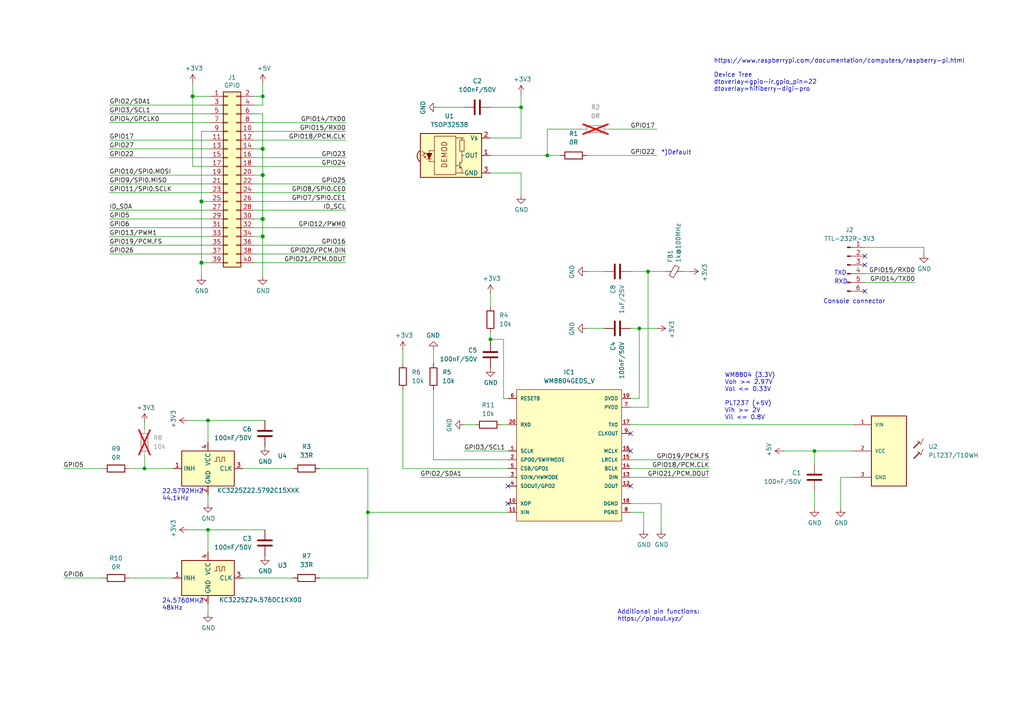
<source format=kicad_sch>
(kicad_sch (version 20230121) (generator eeschema)
  (paper "A4")
  (title_block (title "RPI HAT S/PDIF and IR") (date "2024-02-11") (rev "V3"))
  (lib_symbols
    (symbol "Connector:Conn_01x06_Pin" (pin_names (offset 1.016) hide)
      (property "Reference" "J" (at 0 7.62 0))
      (property "Value" "Conn_01x06_Pin" (at 0 -10.16 0))
      (symbol "Conn_01x06_Pin_1_1"
        (polyline (pts (xy 1.27 -7.62) (xy 0.8636 -7.62)) (stroke (width 0.1524)))
        (polyline (pts (xy 1.27 -5.08) (xy 0.8636 -5.08)) (stroke (width 0.1524)))
        (polyline (pts (xy 1.27 -2.54) (xy 0.8636 -2.54)) (stroke (width 0.1524)))
        (polyline (pts (xy 1.27 0) (xy 0.8636 0)) (stroke (width 0.1524)))
        (polyline (pts (xy 1.27 2.54) (xy 0.8636 2.54)) (stroke (width 0.1524)))
        (polyline (pts (xy 1.27 5.08) (xy 0.8636 5.08)) (stroke (width 0.1524)))
        (rectangle (start 0.8636 -7.493) (end 0 -7.747) (stroke (width 0.1524)) (fill (type outline)))
        (rectangle (start 0.8636 -4.953) (end 0 -5.207) (stroke (width 0.1524)) (fill (type outline)))
        (rectangle (start 0.8636 -2.413) (end 0 -2.667) (stroke (width 0.1524)) (fill (type outline)))
        (rectangle (start 0.8636 0.127) (end 0 -0.127) (stroke (width 0.1524)) (fill (type outline)))
        (rectangle (start 0.8636 2.667) (end 0 2.413) (stroke (width 0.1524)) (fill (type outline)))
        (rectangle (start 0.8636 5.207) (end 0 4.953) (stroke (width 0.1524)) (fill (type outline)))
        (pin passive line (at 5.08 5.08 180) (length 3.81) (name "Pin_1") (number "1"))
        (pin passive line (at 5.08 2.54 180) (length 3.81) (name "Pin_2") (number "2"))
        (pin passive line (at 5.08 0 180) (length 3.81) (name "Pin_3") (number "3"))
        (pin passive line (at 5.08 -2.54 180) (length 3.81) (name "Pin_4") (number "4"))
        (pin passive line (at 5.08 -5.08 180) (length 3.81) (name "Pin_5") (number "5"))
        (pin passive line (at 5.08 -7.62 180) (length 3.81) (name "Pin_6") (number "6"))
      )
    )
    (symbol "Connector_Generic:Conn_02x20_Odd_Even" (pin_names (offset 1.016) hide)
      (property "Reference" "J" (at 1.27 25.4 0))
      (property "Value" "Conn_02x20_Odd_Even" (at 1.27 -27.94 0))
      (symbol "Conn_02x20_Odd_Even_1_1"
        (rectangle (start -1.27 -25.273) (end 0 -25.527) (stroke (width 0.1524)))
        (rectangle (start -1.27 -22.733) (end 0 -22.987) (stroke (width 0.1524)))
        (rectangle (start -1.27 -20.193) (end 0 -20.447) (stroke (width 0.1524)))
        (rectangle (start -1.27 -17.653) (end 0 -17.907) (stroke (width 0.1524)))
        (rectangle (start -1.27 -15.113) (end 0 -15.367) (stroke (width 0.1524)))
        (rectangle (start -1.27 -12.573) (end 0 -12.827) (stroke (width 0.1524)))
        (rectangle (start -1.27 -10.033) (end 0 -10.287) (stroke (width 0.1524)))
        (rectangle (start -1.27 -7.493) (end 0 -7.747) (stroke (width 0.1524)))
        (rectangle (start -1.27 -4.953) (end 0 -5.207) (stroke (width 0.1524)))
        (rectangle (start -1.27 -2.413) (end 0 -2.667) (stroke (width 0.1524)))
        (rectangle (start -1.27 0.127) (end 0 -0.127) (stroke (width 0.1524)))
        (rectangle (start -1.27 2.667) (end 0 2.413) (stroke (width 0.1524)))
        (rectangle (start -1.27 5.207) (end 0 4.953) (stroke (width 0.1524)))
        (rectangle (start -1.27 7.747) (end 0 7.493) (stroke (width 0.1524)))
        (rectangle (start -1.27 10.287) (end 0 10.033) (stroke (width 0.1524)))
        (rectangle (start -1.27 12.827) (end 0 12.573) (stroke (width 0.1524)))
        (rectangle (start -1.27 15.367) (end 0 15.113) (stroke (width 0.1524)))
        (rectangle (start -1.27 17.907) (end 0 17.653) (stroke (width 0.1524)))
        (rectangle (start -1.27 20.447) (end 0 20.193) (stroke (width 0.1524)))
        (rectangle (start -1.27 22.987) (end 0 22.733) (stroke (width 0.1524)))
        (rectangle (start -1.27 24.13) (end 3.81 -26.67) (stroke (width 0.254)) (fill (type background)))
        (rectangle (start 3.81 -25.273) (end 2.54 -25.527) (stroke (width 0.1524)))
        (rectangle (start 3.81 -22.733) (end 2.54 -22.987) (stroke (width 0.1524)))
        (rectangle (start 3.81 -20.193) (end 2.54 -20.447) (stroke (width 0.1524)))
        (rectangle (start 3.81 -17.653) (end 2.54 -17.907) (stroke (width 0.1524)))
        (rectangle (start 3.81 -15.113) (end 2.54 -15.367) (stroke (width 0.1524)))
        (rectangle (start 3.81 -12.573) (end 2.54 -12.827) (stroke (width 0.1524)))
        (rectangle (start 3.81 -10.033) (end 2.54 -10.287) (stroke (width 0.1524)))
        (rectangle (start 3.81 -7.493) (end 2.54 -7.747) (stroke (width 0.1524)))
        (rectangle (start 3.81 -4.953) (end 2.54 -5.207) (stroke (width 0.1524)))
        (rectangle (start 3.81 -2.413) (end 2.54 -2.667) (stroke (width 0.1524)))
        (rectangle (start 3.81 0.127) (end 2.54 -0.127) (stroke (width 0.1524)))
        (rectangle (start 3.81 2.667) (end 2.54 2.413) (stroke (width 0.1524)))
        (rectangle (start 3.81 5.207) (end 2.54 4.953) (stroke (width 0.1524)))
        (rectangle (start 3.81 7.747) (end 2.54 7.493) (stroke (width 0.1524)))
        (rectangle (start 3.81 10.287) (end 2.54 10.033) (stroke (width 0.1524)))
        (rectangle (start 3.81 12.827) (end 2.54 12.573) (stroke (width 0.1524)))
        (rectangle (start 3.81 15.367) (end 2.54 15.113) (stroke (width 0.1524)))
        (rectangle (start 3.81 17.907) (end 2.54 17.653) (stroke (width 0.1524)))
        (rectangle (start 3.81 20.447) (end 2.54 20.193) (stroke (width 0.1524)))
        (rectangle (start 3.81 22.987) (end 2.54 22.733) (stroke (width 0.1524)))
        (pin passive line (at -5.08 22.86 0) (length 3.81) (name "Pin_1") (number "1"))
        (pin passive line (at 7.62 12.7 180) (length 3.81) (name "Pin_10") (number "10"))
        (pin passive line (at -5.08 10.16 0) (length 3.81) (name "Pin_11") (number "11"))
        (pin passive line (at 7.62 10.16 180) (length 3.81) (name "Pin_12") (number "12"))
        (pin passive line (at -5.08 7.62 0) (length 3.81) (name "Pin_13") (number "13"))
        (pin passive line (at 7.62 7.62 180) (length 3.81) (name "Pin_14") (number "14"))
        (pin passive line (at -5.08 5.08 0) (length 3.81) (name "Pin_15") (number "15"))
        (pin passive line (at 7.62 5.08 180) (length 3.81) (name "Pin_16") (number "16"))
        (pin passive line (at -5.08 2.54 0) (length 3.81) (name "Pin_17") (number "17"))
        (pin passive line (at 7.62 2.54 180) (length 3.81) (name "Pin_18") (number "18"))
        (pin passive line (at -5.08 0 0) (length 3.81) (name "Pin_19") (number "19"))
        (pin passive line (at 7.62 22.86 180) (length 3.81) (name "Pin_2") (number "2"))
        (pin passive line (at 7.62 0 180) (length 3.81) (name "Pin_20") (number "20"))
        (pin passive line (at -5.08 -2.54 0) (length 3.81) (name "Pin_21") (number "21"))
        (pin passive line (at 7.62 -2.54 180) (length 3.81) (name "Pin_22") (number "22"))
        (pin passive line (at -5.08 -5.08 0) (length 3.81) (name "Pin_23") (number "23"))
        (pin passive line (at 7.62 -5.08 180) (length 3.81) (name "Pin_24") (number "24"))
        (pin passive line (at -5.08 -7.62 0) (length 3.81) (name "Pin_25") (number "25"))
        (pin passive line (at 7.62 -7.62 180) (length 3.81) (name "Pin_26") (number "26"))
        (pin passive line (at -5.08 -10.16 0) (length 3.81) (name "Pin_27") (number "27"))
        (pin passive line (at 7.62 -10.16 180) (length 3.81) (name "Pin_28") (number "28"))
        (pin passive line (at -5.08 -12.7 0) (length 3.81) (name "Pin_29") (number "29"))
        (pin passive line (at -5.08 20.32 0) (length 3.81) (name "Pin_3") (number "3"))
        (pin passive line (at 7.62 -12.7 180) (length 3.81) (name "Pin_30") (number "30"))
        (pin passive line (at -5.08 -15.24 0) (length 3.81) (name "Pin_31") (number "31"))
        (pin passive line (at 7.62 -15.24 180) (length 3.81) (name "Pin_32") (number "32"))
        (pin passive line (at -5.08 -17.78 0) (length 3.81) (name "Pin_33") (number "33"))
        (pin passive line (at 7.62 -17.78 180) (length 3.81) (name "Pin_34") (number "34"))
        (pin passive line (at -5.08 -20.32 0) (length 3.81) (name "Pin_35") (number "35"))
        (pin passive line (at 7.62 -20.32 180) (length 3.81) (name "Pin_36") (number "36"))
        (pin passive line (at -5.08 -22.86 0) (length 3.81) (name "Pin_37") (number "37"))
        (pin passive line (at 7.62 -22.86 180) (length 3.81) (name "Pin_38") (number "38"))
        (pin passive line (at -5.08 -25.4 0) (length 3.81) (name "Pin_39") (number "39"))
        (pin passive line (at 7.62 20.32 180) (length 3.81) (name "Pin_4") (number "4"))
        (pin passive line (at 7.62 -25.4 180) (length 3.81) (name "Pin_40") (number "40"))
        (pin passive line (at -5.08 17.78 0) (length 3.81) (name "Pin_5") (number "5"))
        (pin passive line (at 7.62 17.78 180) (length 3.81) (name "Pin_6") (number "6"))
        (pin passive line (at -5.08 15.24 0) (length 3.81) (name "Pin_7") (number "7"))
        (pin passive line (at 7.62 15.24 180) (length 3.81) (name "Pin_8") (number "8"))
        (pin passive line (at -5.08 12.7 0) (length 3.81) (name "Pin_9") (number "9"))
      )
    )
    (symbol "Device:C" (pin_numbers hide) (pin_names (offset 0.254))
      (property "Reference" "C" (at 0.635 2.54 0))
      (property "Value" "C" (at 0.635 -2.54 0))
      (symbol "C_0_1"
        (polyline (pts (xy -2.032 -0.762) (xy 2.032 -0.762)) (stroke (width 0.508)))
        (polyline (pts (xy -2.032 0.762) (xy 2.032 0.762)) (stroke (width 0.508)))
      )
      (symbol "C_1_1"
        (pin passive line (at 0 3.81 270) (length 2.794) (name "~") (number "1"))
        (pin passive line (at 0 -3.81 90) (length 2.794) (name "~") (number "2"))
      )
    )
    (symbol "Device:R" (pin_numbers hide) (pin_names (offset 0))
      (property "Reference" "R" (at 2.032 0 90))
      (property "Value" "R" (at 0 0 90))
      (symbol "R_0_1"
        (rectangle (start -1.016 -2.54) (end 1.016 2.54) (stroke (width 0.254)))
      )
      (symbol "R_1_1"
        (pin passive line (at 0 3.81 270) (length 1.27) (name "~") (number "1"))
        (pin passive line (at 0 -3.81 90) (length 1.27) (name "~") (number "2"))
      )
    )
    (symbol "Interface_Optical:TSOP325xx" (pin_names (offset 1.016))
      (property "Reference" "U" (at -10.16 7.62 0))
      (property "Value" "TSOP325xx" (at -10.16 -7.62 0))
      (symbol "TSOP325xx_0_0"
        (arc (start -10.287 1.397) (mid -11.0899 -0.1852) (end -10.287 -1.778) (stroke (width 0.254)) (fill (type background)))
        (polyline (pts (xy 1.905 -5.08) (xy 0.127 -5.08)))
        (polyline (pts (xy 1.905 5.08) (xy 0.127 5.08)))
        (text "DEMOD" (at -3.175 0.254 900) (effects (font (size 1.524 1.524))))
      )
      (symbol "TSOP325xx_0_1"
        (rectangle (start -6.096 5.588) (end 0.127 -5.588))
        (polyline (pts (xy -8.763 0.381) (xy -9.652 1.27)))
        (polyline (pts (xy -8.763 0.381) (xy -9.271 0.381)))
        (polyline (pts (xy -8.763 0.381) (xy -8.763 0.889)))
        (polyline (pts (xy -8.636 -0.635) (xy -9.525 0.254)))
        (polyline (pts (xy -8.636 -0.635) (xy -9.144 -0.635)))
        (polyline (pts (xy -8.636 -0.635) (xy -8.636 -0.127)))
        (polyline (pts (xy -8.382 -1.016) (xy -6.731 -1.016)))
        (polyline (pts (xy 1.27 -2.921) (xy 0.127 -2.921)))
        (polyline (pts (xy 1.27 -1.905) (xy 1.27 -3.81)))
        (polyline (pts (xy 1.397 -3.556) (xy 1.524 -3.556)))
        (polyline (pts (xy 1.651 -3.556) (xy 1.524 -3.556)))
        (polyline (pts (xy 1.651 -3.556) (xy 1.651 -3.302)))
        (polyline (pts (xy 1.905 0) (xy 1.905 1.27)))
        (polyline (pts (xy 1.905 4.445) (xy 1.905 5.08) (xy 2.54 5.08)))
        (polyline (pts (xy -8.382 0.635) (xy -6.731 0.635) (xy -7.62 -1.016) (xy -8.382 0.635)) (fill (type outline)))
        (polyline (pts (xy -6.096 1.397) (xy -7.62 1.397) (xy -7.62 -1.778) (xy -6.096 -1.778)))
        (polyline (pts (xy 1.27 -3.175) (xy 1.905 -3.81) (xy 1.905 -5.08) (xy 2.54 -5.08)))
        (polyline (pts (xy 1.27 -2.54) (xy 1.905 -1.905) (xy 1.905 0) (xy 2.54 0)))
        (rectangle (start 2.54 1.27) (end 1.27 4.445))
        (rectangle (start 7.62 6.35) (end -10.16 -6.35) (stroke (width 0.254)) (fill (type background)))
      )
      (symbol "TSOP325xx_1_1"
        (pin output line (at 10.16 0 180) (length 2.54) (name "OUT") (number "1"))
        (pin power_in line (at 10.16 5.08 180) (length 2.54) (name "Vs") (number "2"))
        (pin power_in line (at 10.16 -5.08 180) (length 2.54) (name "GND") (number "3"))
      )
    )
    (symbol "Oscillator:KC2520Z"
      (property "Reference" "U" (at 2.54 12.7 0))
      (property "Value" "KC2520Z" (at 6.35 10.16 0))
      (symbol "KC2520Z_0_1"
        (rectangle (start -7.62 5.08) (end 7.62 -5.08) (stroke (width 0.254)) (fill (type background)))
      )
      (symbol "KC2520Z_1_1"
        (polyline (pts (xy 1.778 2.032) (xy 2.54 2.032) (xy 2.54 3.302) (xy 3.302 3.302) (xy 3.302 2.032) (xy 4.064 2.032) (xy 4.064 3.302) (xy 4.826 3.302) (xy 4.826 2.032)))
        (pin input line (at -10.16 0 0) (length 2.54) (name "INH") (number "1"))
        (pin power_in line (at 0 -7.62 90) (length 2.54) (name "GND") (number "2"))
        (pin output line (at 10.16 0 180) (length 2.54) (name "CLK") (number "3"))
        (pin power_in line (at 0 7.62 270) (length 2.54) (name "VCC") (number "4"))
      )
    )
    (symbol "dac-rescue:Ferrite_Bead_Small-Device" (pin_numbers hide) (pin_names (offset 0))
      (property "Reference" "FB" (at 1.905 1.27 0))
      (property "Value" "Ferrite_Bead_Small-Device" (at 1.905 -1.27 0))
      (symbol "Ferrite_Bead_Small-Device_0_1"
        (polyline (pts (xy 0 -1.27) (xy 0 -0.7874)))
        (polyline (pts (xy 0 0.889) (xy 0 1.2954)))
        (polyline (pts (xy -1.8288 0.2794) (xy -1.1176 1.4986) (xy 1.8288 -0.2032) (xy 1.1176 -1.4224) (xy -1.8288 0.2794)))
      )
      (symbol "Ferrite_Bead_Small-Device_1_1"
        (pin passive line (at 0 2.54 270) (length 1.27) (name "~") (number "1"))
        (pin passive line (at 0 -2.54 90) (length 1.27) (name "~") (number "2"))
      )
    )
    (symbol "kicad-snk:PLT237/T10WH" (pin_names (offset 1.016))
      (property "Reference" "U" (at -5.08 11.4554 0))
      (property "Value" "PLT237/T10WH" (at -5.08 -12.7254 0))
      (symbol "PLT237/T10WH_0_0"
        (rectangle (start -5.08 10.16) (end 5.08 -10.16) (stroke (width 0.254)) (fill (type background)))
        (polyline (pts (xy 7.239 -2.1336) (xy 8.89 -0.4826)) (stroke (width 0.3048)))
        (polyline (pts (xy 7.239 0.9144) (xy 8.89 2.5654)) (stroke (width 0.3048)))
        (polyline (pts (xy 9.906 0.5334) (xy 9.271 -1.1176) (xy 8.255 -0.1016)) (stroke (width 0.1524)) (fill (type background)))
        (polyline (pts (xy 9.906 3.5814) (xy 9.271 1.9304) (xy 8.255 2.9464)) (stroke (width 0.1524)) (fill (type background)))
      )
      (symbol "PLT237/T10WH_1_0"
        (pin output line (at -10.16 7.62 0) (length 5.08) (name "VIN") (number "1"))
        (pin power_in line (at -10.16 0 0) (length 5.08) (name "VCC") (number "2"))
        (pin power_in line (at -10.16 -7.62 0) (length 5.08) (name "GND") (number "3"))
      )
    )
    (symbol "kicad-snk:WM8804GEDS_V" (pin_names (offset 1.016))
      (property "Reference" "IC" (at -15.24 13.97 0))
      (property "Value" "WM8804GEDS_V" (at -15.24 -27.94 0))
      (symbol "WM8804GEDS_V_0_0"
        (rectangle (start -15.24 -25.4) (end 15.24 12.7) (stroke (width 0.1524)) (fill (type background)))
        (pin bidirectional line (at -17.78 -5.08 0) (length 2.54) (name "SCLK") (number "1"))
        (pin bidirectional line (at -17.78 -20.32 0) (length 2.54) (name "XOP") (number "10"))
        (pin bidirectional line (at -17.78 -22.86 0) (length 2.54) (name "XIN") (number "11"))
        (pin bidirectional line (at 17.78 -15.24 180) (length 2.54) (name "DOUT") (number "12"))
        (pin bidirectional line (at 17.78 -12.7 180) (length 2.54) (name "DIN") (number "13"))
        (pin bidirectional line (at 17.78 -10.16 180) (length 2.54) (name "BCLK") (number "14"))
        (pin bidirectional line (at 17.78 -7.62 180) (length 2.54) (name "LRCLK") (number "15"))
        (pin bidirectional line (at 17.78 -5.08 180) (length 2.54) (name "MCLK") (number "16"))
        (pin bidirectional line (at 17.78 2.54 180) (length 2.54) (name "TX0") (number "17"))
        (pin bidirectional line (at 17.78 -20.32 180) (length 2.54) (name "DGND") (number "18"))
        (pin bidirectional line (at 17.78 10.16 180) (length 2.54) (name "DVDD") (number "19"))
        (pin bidirectional line (at -17.78 -7.62 0) (length 2.54) (name "GPO0/SWIFMODE") (number "2"))
        (pin bidirectional line (at -17.78 2.54 0) (length 2.54) (name "RX0") (number "20"))
        (pin bidirectional line (at -17.78 -12.7 0) (length 2.54) (name "SDIN/HWMODE") (number "3"))
        (pin bidirectional line (at -17.78 -15.24 0) (length 2.54) (name "SDOUT/GPO2") (number "4"))
        (pin bidirectional line (at -17.78 -10.16 0) (length 2.54) (name "CSB/GPO1") (number "5"))
        (pin bidirectional line (at -17.78 10.16 0) (length 2.54) (name "RESETB") (number "6"))
        (pin bidirectional line (at 17.78 7.62 180) (length 2.54) (name "PVDD") (number "7"))
        (pin bidirectional line (at 17.78 -22.86 180) (length 2.54) (name "PGND") (number "8"))
        (pin bidirectional line (at 17.78 0 180) (length 2.54) (name "CLKOUT") (number "9"))
      )
    )
    (symbol "power:+3.3V" (power) (pin_names (offset 0))
      (property "Value" "+3.3V" (at 0 3.556 0))
      (symbol "+3.3V_0_1"
        (polyline (pts (xy -0.762 1.27) (xy 0 2.54)))
        (polyline (pts (xy 0 0) (xy 0 2.54)))
        (polyline (pts (xy 0 2.54) (xy 0.762 1.27)))
      )
      (symbol "+3.3V_1_1"
        (pin power_in line (at 0 0 90) (length 0) hide (name "+3V3") (number "1"))
      )
    )
    (symbol "power:+5V" (power) (pin_names (offset 0))
      (property "Value" "+5V" (at 0 3.556 0))
      (symbol "+5V_0_1"
        (polyline (pts (xy -0.762 1.27) (xy 0 2.54)))
        (polyline (pts (xy 0 0) (xy 0 2.54)))
        (polyline (pts (xy 0 2.54) (xy 0.762 1.27)))
      )
      (symbol "+5V_1_1"
        (pin power_in line (at 0 0 90) (length 0) hide (name "+5V") (number "1"))
      )
    )
    (symbol "power:GND" (power) (pin_names (offset 0))
      (property "Value" "GND" (at 0 -3.81 0))
      (symbol "GND_0_1"
        (polyline (pts (xy 0 0) (xy 0 -1.27) (xy 1.27 -1.27) (xy 0 -2.54) (xy -1.27 -1.27) (xy 0 -1.27)))
      )
      (symbol "GND_1_1"
        (pin power_in line (at 0 0 270) (length 0) hide (name "GND") (number "1"))
      )
    )
  )
  (junction (at 41.91 135.89))
  (junction (at 185.42 95.25))
  (junction (at 76.2 63.5) (diameter 1.016))
  (junction (at 55.88 27.94) (diameter 1.016))
  (junction (at 76.2 68.58) (diameter 1.016))
  (junction (at 187.96 78.74))
  (junction (at 58.42 58.42) (diameter 1.016))
  (junction (at 76.2 50.8) (diameter 1.016))
  (junction (at 142.24 98.425))
  (junction (at 76.2 27.94))
  (junction (at 106.68 148.59))
  (junction (at 76.2 43.18) (diameter 1.016))
  (junction (at 158.75 45.085))
  (junction (at 60.325 121.92))
  (junction (at 60.325 153.67))
  (junction (at 236.22 130.81))
  (junction (at 151.13 31.115))
  (junction (at 58.42 76.2) (diameter 1.016))
  (no_connect (at 182.88 130.81))
  (no_connect (at 182.88 125.73))
  (no_connect (at 147.32 140.97))
  (no_connect (at 250.825 74.295))
  (no_connect (at 250.825 76.835))
  (no_connect (at 250.825 84.455))
  (no_connect (at 147.32 146.05))
  (no_connect (at 182.88 140.97))
  (wire (pts (xy 58.42 58.42) (xy 58.42 76.2)))
  (wire (pts (xy 73.66 58.42) (xy 100.33 58.42)))
  (wire (pts (xy 60.96 40.64) (xy 31.75 40.64)))
  (wire (pts (xy 158.75 45.085) (xy 162.56 45.085)))
  (wire (pts (xy 92.71 167.64) (xy 106.68 167.64)))
  (wire (pts (xy 76.2 33.02) (xy 76.2 43.18)))
  (wire (pts (xy 76.2 30.48) (xy 76.2 27.94)))
  (wire (pts (xy 76.2 50.8) (xy 73.66 50.8)))
  (wire (pts (xy 182.88 123.19) (xy 247.65 123.19)))
  (wire (pts (xy 170.18 78.74) (xy 175.26 78.74)))
  (wire (pts (xy 182.88 146.05) (xy 191.77 146.05)))
  (wire (pts (xy 170.18 45.085) (xy 190.5 45.085)))
  (wire (pts (xy 76.2 63.5) (xy 76.2 68.58)))
  (wire (pts (xy 121.92 138.43) (xy 147.32 138.43)))
  (wire (pts (xy 186.69 148.59) (xy 182.88 148.59)))
  (wire (pts (xy 168.91 37.465) (xy 158.75 37.465)))
  (wire (pts (xy 70.485 135.89) (xy 85.09 135.89)))
  (wire (pts (xy 142.24 99.06) (xy 142.24 98.425)))
  (wire (pts (xy 92.71 135.89) (xy 106.68 135.89)))
  (wire (pts (xy 76.2 50.8) (xy 76.2 63.5)))
  (wire (pts (xy 73.66 35.56) (xy 100.33 35.56)))
  (wire (pts (xy 151.13 50.165) (xy 142.24 50.165)))
  (wire (pts (xy 58.42 38.1) (xy 58.42 58.42)))
  (wire (pts (xy 182.88 133.35) (xy 205.74 133.35)))
  (wire (pts (xy 58.42 38.1) (xy 60.96 38.1)))
  (wire (pts (xy 236.22 142.24) (xy 236.22 147.32)))
  (wire (pts (xy 73.66 55.88) (xy 100.33 55.88)))
  (wire (pts (xy 60.96 60.96) (xy 31.75 60.96)))
  (wire (pts (xy 151.13 27.305) (xy 151.13 31.115)))
  (wire (pts (xy 31.75 63.5) (xy 60.96 63.5)))
  (wire (pts (xy 60.325 121.92) (xy 76.835 121.92)))
  (wire (pts (xy 187.96 118.11) (xy 187.96 78.74)))
  (wire (pts (xy 142.24 45.085) (xy 158.75 45.085)))
  (wire (pts (xy 73.66 30.48) (xy 76.2 30.48)))
  (wire (pts (xy 182.88 115.57) (xy 185.42 115.57)))
  (wire (pts (xy 58.42 58.42) (xy 60.96 58.42)))
  (wire (pts (xy 73.66 45.72) (xy 100.33 45.72)))
  (wire (pts (xy 106.68 135.89) (xy 106.68 148.59)))
  (wire (pts (xy 134.62 130.81) (xy 147.32 130.81)))
  (wire (pts (xy 116.84 101.6) (xy 116.84 105.41)))
  (wire (pts (xy 73.66 76.2) (xy 100.33 76.2)))
  (wire (pts (xy 58.42 76.2) (xy 58.42 80.01)))
  (wire (pts (xy 31.75 43.18) (xy 60.96 43.18)))
  (wire (pts (xy 55.88 24.13) (xy 55.88 27.94)))
  (wire (pts (xy 185.42 95.25) (xy 190.5 95.25)))
  (wire (pts (xy 267.97 71.755) (xy 250.825 71.755)))
  (wire (pts (xy 146.05 98.425) (xy 142.24 98.425)))
  (wire (pts (xy 76.2 68.58) (xy 73.66 68.58)))
  (wire (pts (xy 142.24 85.09) (xy 142.24 88.9)))
  (wire (pts (xy 31.75 33.02) (xy 60.96 33.02)))
  (wire (pts (xy 54.61 121.92) (xy 60.325 121.92)))
  (wire (pts (xy 142.24 98.425) (xy 142.24 96.52)))
  (wire (pts (xy 60.325 153.67) (xy 76.835 153.67)))
  (wire (pts (xy 185.42 115.57) (xy 185.42 95.25)))
  (wire (pts (xy 187.96 78.74) (xy 182.88 78.74)))
  (wire (pts (xy 31.75 55.88) (xy 60.96 55.88)))
  (wire (pts (xy 243.84 147.32) (xy 243.84 138.43)))
  (wire (pts (xy 198.12 78.74) (xy 200.025 78.74)))
  (wire (pts (xy 116.84 113.03) (xy 116.84 135.89)))
  (wire (pts (xy 70.485 167.64) (xy 85.09 167.64)))
  (wire (pts (xy 55.88 48.26) (xy 60.96 48.26)))
  (wire (pts (xy 60.96 30.48) (xy 31.75 30.48)))
  (wire (pts (xy 76.2 43.18) (xy 76.2 50.8)))
  (wire (pts (xy 73.66 40.64) (xy 100.33 40.64)))
  (wire (pts (xy 106.68 167.64) (xy 106.68 148.59)))
  (wire (pts (xy 151.13 56.515) (xy 151.13 50.165)))
  (wire (pts (xy 76.2 43.18) (xy 73.66 43.18)))
  (wire (pts (xy 76.2 27.94) (xy 76.2 24.13)))
  (wire (pts (xy 142.24 31.115) (xy 151.13 31.115)))
  (wire (pts (xy 60.325 121.92) (xy 60.325 128.27)))
  (wire (pts (xy 145.415 123.19) (xy 147.32 123.19)))
  (wire (pts (xy 31.75 35.56) (xy 60.96 35.56)))
  (wire (pts (xy 55.88 27.94) (xy 55.88 48.26)))
  (wire (pts (xy 60.325 175.26) (xy 60.325 177.8)))
  (wire (pts (xy 158.75 37.465) (xy 158.75 45.085)))
  (wire (pts (xy 73.66 48.26) (xy 100.33 48.26)))
  (wire (pts (xy 185.42 95.25) (xy 182.88 95.25)))
  (wire (pts (xy 73.66 38.1) (xy 100.33 38.1)))
  (wire (pts (xy 170.18 95.25) (xy 175.26 95.25)))
  (wire (pts (xy 18.415 167.64) (xy 29.845 167.64)))
  (wire (pts (xy 73.66 27.94) (xy 76.2 27.94)))
  (wire (pts (xy 191.77 146.05) (xy 191.77 153.67)))
  (wire (pts (xy 147.32 115.57) (xy 146.05 115.57)))
  (wire (pts (xy 31.75 45.72) (xy 60.96 45.72)))
  (wire (pts (xy 41.91 122.555) (xy 41.91 124.46)))
  (wire (pts (xy 31.75 53.34) (xy 60.96 53.34)))
  (wire (pts (xy 18.415 135.89) (xy 29.845 135.89)))
  (wire (pts (xy 134.62 123.19) (xy 137.795 123.19)))
  (wire (pts (xy 60.325 143.51) (xy 60.325 146.05)))
  (wire (pts (xy 125.73 133.35) (xy 147.32 133.35)))
  (wire (pts (xy 125.73 101.6) (xy 125.73 105.41)))
  (wire (pts (xy 250.825 81.915) (xy 265.43 81.915)))
  (wire (pts (xy 31.75 66.04) (xy 60.96 66.04)))
  (wire (pts (xy 236.22 130.81) (xy 247.65 130.81)))
  (wire (pts (xy 250.825 79.375) (xy 265.43 79.375)))
  (wire (pts (xy 60.325 153.67) (xy 60.325 160.02)))
  (wire (pts (xy 127 31.115) (xy 134.62 31.115)))
  (wire (pts (xy 31.75 71.12) (xy 60.96 71.12)))
  (wire (pts (xy 116.84 135.89) (xy 147.32 135.89)))
  (wire (pts (xy 73.66 71.12) (xy 100.33 71.12)))
  (wire (pts (xy 73.66 66.04) (xy 100.33 66.04)))
  (wire (pts (xy 41.91 135.89) (xy 50.165 135.89)))
  (wire (pts (xy 58.42 76.2) (xy 60.96 76.2)))
  (wire (pts (xy 146.05 115.57) (xy 146.05 98.425)))
  (wire (pts (xy 73.66 73.66) (xy 100.33 73.66)))
  (wire (pts (xy 142.24 40.005) (xy 151.13 40.005)))
  (wire (pts (xy 76.2 33.02) (xy 73.66 33.02)))
  (wire (pts (xy 31.75 73.66) (xy 60.96 73.66)))
  (wire (pts (xy 37.465 167.64) (xy 50.165 167.64)))
  (wire (pts (xy 151.13 31.115) (xy 151.13 40.005)))
  (wire (pts (xy 106.68 148.59) (xy 147.32 148.59)))
  (wire (pts (xy 227.33 130.81) (xy 236.22 130.81)))
  (wire (pts (xy 186.69 153.67) (xy 186.69 148.59)))
  (wire (pts (xy 182.88 118.11) (xy 187.96 118.11)))
  (wire (pts (xy 267.97 73.66) (xy 267.97 71.755)))
  (wire (pts (xy 176.53 37.465) (xy 190.5 37.465)))
  (wire (pts (xy 76.2 68.58) (xy 76.2 80.01)))
  (wire (pts (xy 73.66 53.34) (xy 100.33 53.34)))
  (wire (pts (xy 60.96 68.58) (xy 31.75 68.58)))
  (wire (pts (xy 182.88 138.43) (xy 205.74 138.43)))
  (wire (pts (xy 76.2 63.5) (xy 73.66 63.5)))
  (wire (pts (xy 236.22 130.81) (xy 236.22 134.62)))
  (wire (pts (xy 243.84 138.43) (xy 247.65 138.43)))
  (wire (pts (xy 55.88 27.94) (xy 60.96 27.94)))
  (wire (pts (xy 37.465 135.89) (xy 41.91 135.89)))
  (wire (pts (xy 41.91 132.08) (xy 41.91 135.89)))
  (wire (pts (xy 187.96 78.74) (xy 193.04 78.74)))
  (wire (pts (xy 54.61 153.67) (xy 60.325 153.67)))
  (wire (pts (xy 60.96 50.8) (xy 31.75 50.8)))
  (wire (pts (xy 73.66 60.96) (xy 100.33 60.96)))
  (wire (pts (xy 182.88 135.89) (xy 205.74 135.89)))
  (wire (pts (xy 125.73 133.35) (xy 125.73 113.03)))
  (text "24.5760MHZ\n48kHz" (at 46.99 177.165 0) (effects (font (size 1.27 1.27)) (justify left bottom)))
  (text "TXD" (at 241.935 80.01 0) (effects (font (size 1.27 1.27)) (justify left bottom)))
  (text "Console connector" (at 238.76 88.265 0) (effects (font (size 1.27 1.27)) (justify left bottom)))
  (text "https://www.raspberrypi.com/documentation/computers/raspberry-pi.html\n\nDevice Tree\ndtoverlay=gpio-ir,gpio_pin=22\ndtoverlay=hifiberry-digi-pro" (at 207.01 26.67 0) (effects (font (size 1.27 1.27)) (justify left bottom)))
  (text "WM8804 (3.3V)\nVoh >= 2.97V\nVol <= 0.33V\n\nPLT237 (+5V)\nVih >= 2V\nVil <= 0.8V" (at 210.185 121.92 0) (effects (font (size 1.27 1.27)) (justify left bottom)))
  (text "22.5792MHZ\n44.1kHz" (at 46.99 145.415 0) (effects (font (size 1.27 1.27)) (justify left bottom)))
  (text "RXD" (at 241.935 82.55 0) (effects (font (size 1.27 1.27)) (justify left bottom)))
  (text "*)Default" (at 191.77 45.085 0) (effects (font (size 1.27 1.27)) (justify left bottom)))
  (text "Additional pin functions:\nhttps://pinout.xyz/" (at 179.07 180.34 0) (effects (font (size 1.27 1.27)) (justify left bottom)))
  (label "ID_SDA" (at 31.75 60.96 0))
  (label "GPIO6" (at 31.75 66.04 0))
  (label "GPIO22" (at 182.88 45.085 0))
  (label "GPIO18{slash}PCM.CLK" (at 205.74 135.89 180))
  (label "ID_SCL" (at 100.33 60.96 180))
  (label "GPIO5" (at 31.75 63.5 0))
  (label "GPIO21{slash}PCM.DOUT" (at 100.33 76.2 180))
  (label "GPIO19{slash}PCM.FS" (at 31.75 71.12 0))
  (label "GPIO10{slash}SPI0.MOSI" (at 31.75 50.8 0))
  (label "GPIO9{slash}SPI0.MISO" (at 31.75 53.34 0))
  (label "GPIO23" (at 100.33 45.72 180))
  (label "GPIO15{slash}RXD0" (at 265.43 79.375 180))
  (label "GPIO5" (at 18.415 135.89 0))
  (label "GPIO19{slash}PCM.FS" (at 205.74 133.35 180))
  (label "GPIO6" (at 18.415 167.64 0))
  (label "GPIO4{slash}GPCLK0" (at 31.75 35.56 0))
  (label "GPIO27" (at 31.75 43.18 0))
  (label "GPIO26" (at 31.75 73.66 0))
  (label "GPIO14{slash}TXD0" (at 100.33 35.56 180))
  (label "GPIO8{slash}SPI0.CE0" (at 100.33 55.88 180))
  (label "GPIO15{slash}RXD0" (at 100.33 38.1 180))
  (label "GPIO14{slash}TXD0" (at 265.43 81.915 180))
  (label "GPIO16" (at 100.33 71.12 180))
  (label "GPIO2{slash}SDA1" (at 121.92 138.43 0))
  (label "GPIO22" (at 31.75 45.72 0))
  (label "GPIO21{slash}PCM.DOUT" (at 205.74 138.43 180))
  (label "GPIO2{slash}SDA1" (at 31.75 30.48 0))
  (label "GPIO17" (at 31.75 40.64 0))
  (label "GPIO25" (at 100.33 53.34 180))
  (label "GPIO3{slash}SCL1" (at 31.75 33.02 0))
  (label "GPIO18{slash}PCM.CLK" (at 100.33 40.64 180))
  (label "GPIO12{slash}PWM0" (at 100.33 66.04 180))
  (label "GPIO13{slash}PWM1" (at 31.75 68.58 0))
  (label "GPIO3{slash}SCL1" (at 134.62 130.81 0))
  (label "GPIO20{slash}PCM.DIN" (at 100.33 73.66 180))
  (label "GPIO24" (at 100.33 48.26 180))
  (label "GPIO17" (at 182.88 37.465 0))
  (label "GPIO7{slash}SPI0.CE1" (at 100.33 58.42 180))
  (label "GPIO11{slash}SPI0.SCLK" (at 31.75 55.88 0))
  (symbol (lib_id "power:+5V") (at 76.2 24.13 0) (unit 1)
    (property "Reference" "#PWR01" (effects hide))
    (property "Value" "+5V" (at 76.5683 19.8056 0))
  )
  (symbol (lib_id "power:+3.3V") (at 55.88 24.13 0) (unit 1)
    (property "Reference" "#PWR04" (effects hide))
    (property "Value" "+3.3V" (at 56.2483 19.8056 0))
  )
  (symbol (lib_id "power:GND") (at 76.2 80.01 0) (unit 1)
    (property "Reference" "#PWR02" (effects hide))
    (property "Value" "GND" (at 76.3143 84.3344 0))
  )
  (symbol (lib_id "power:GND") (at 58.42 80.01 0) (unit 1)
    (property "Reference" "#PWR03" (effects hide))
    (property "Value" "GND" (at 58.5343 84.3344 0))
  )
  (symbol (lib_id "Connector_Generic:Conn_02x20_Odd_Even") (at 66.04 50.8 0) (unit 1)
    (property "Reference" "J1" (at 67.31 22.4598 0))
    (property "Value" "GPIO" (at 67.31 24.765 0))
    (property "Footprint" "Connector_PinSocket_2.54mm:PinSocket_2x20_P2.54mm_Vertical" (effects hide))
  )
  (symbol (lib_id "power:+3.3V") (at 190.5 95.25 270) (unit 1)
    (property "Reference" "#PWR018" (effects hide))
    (property "Value" "+3.3V" (at 194.8244 95.6183 0))
  )
  (symbol (lib_id "power:+3.3V") (at 151.13 27.305 0) (unit 1)
    (property "Reference" "#PWR06" (effects hide))
    (property "Value" "+3.3V" (at 151.4983 22.9806 0))
  )
  (symbol (lib_id "Device:R") (at 41.91 128.27 180) (unit 1) (dnp yes)
    (property "Reference" "R8" (at 44.45 127 0) (effects (justify right)))
    (property "Value" "10k" (at 44.45 129.54 0) (effects (justify right)))
    (property "Footprint" "Resistor_SMD:R_0603_1608Metric_Pad0.98x0.95mm_HandSolder" (effects hide))
  )
  (symbol (lib_id "power:+5V") (at 227.33 130.81 90) (unit 1)
    (property "Reference" "#PWR010" (effects hide))
    (property "Value" "+5V" (at 223.0056 130.4417 0))
  )
  (symbol (lib_id "Interface_Optical:TSOP325xx") (at 132.08 45.085 0) (unit 1)
    (property "Reference" "U1" (at 130.345 33.655 0))
    (property "Value" "TSOP32538" (at 130.345 36.195 0))
    (property "Footprint" "OptoDevice:Vishay_MOLD-3Pin" (effects hide))
    (property "Datasheet" "http://www.vishay.com/docs/82490/tsop321.pdf" (effects hide))
  )
  (symbol (lib_id "power:GND") (at 76.835 129.54 0) (unit 1)
    (property "Reference" "#PWR011" (effects hide))
    (property "Value" "GND" (at 76.9493 133.8644 0))
  )
  (symbol (lib_id "power:+3.3V") (at 142.24 85.09 0) (unit 1)
    (property "Reference" "#PWR014" (effects hide))
    (property "Value" "+3.3V" (at 142.6083 80.7656 0))
  )
  (symbol (lib_id "Device:C") (at 76.835 125.73 0) (mirror y) (unit 1)
    (property "Reference" "C6" (at 73.025 124.46 0) (effects (justify left)))
    (property "Value" "100nF/50V" (at 73.025 127 0) (effects (justify left)))
    (property "Footprint" "Capacitor_SMD:C_0603_1608Metric" (effects hide))
  )
  (symbol (lib_id "Device:C") (at 76.835 157.48 0) (mirror y) (unit 1)
    (property "Reference" "C3" (at 73.025 156.21 0) (effects (justify left)))
    (property "Value" "100nF/50V" (at 73.025 158.75 0) (effects (justify left)))
    (property "Footprint" "Capacitor_SMD:C_0603_1608Metric" (effects hide))
  )
  (symbol (lib_id "power:GND") (at 186.69 153.67 0) (unit 1)
    (property "Reference" "#PWR021" (effects hide))
    (property "Value" "GND" (at 186.8043 157.9944 0))
  )
  (symbol (lib_id "Device:R") (at 142.24 92.71 180) (unit 1)
    (property "Reference" "R4" (at 144.78 91.44 0) (effects (justify right)))
    (property "Value" "10k" (at 144.78 93.98 0) (effects (justify right)))
    (property "Footprint" "Resistor_SMD:R_0603_1608Metric_Pad0.98x0.95mm_HandSolder" (effects hide))
  )
  (symbol (lib_id "Device:C") (at 236.22 138.43 0) (mirror y) (unit 1)
    (property "Reference" "C1" (at 232.41 137.16 0) (effects (justify left)))
    (property "Value" "100nF/50V" (at 232.41 139.7 0) (effects (justify left)))
    (property "Footprint" "Capacitor_SMD:C_0603_1608Metric_Pad1.08x0.95mm_HandSolder" (effects hide))
  )
  (symbol (lib_id "power:+3.3V") (at 41.91 122.555 0) (unit 1)
    (property "Reference" "#PWR026" (effects hide))
    (property "Value" "+3.3V" (at 42.2783 118.2306 0))
  )
  (symbol (lib_id "power:GND") (at 142.24 106.68 0) (unit 1)
    (property "Reference" "#PWR027" (effects hide))
    (property "Value" "GND" (at 142.3543 111.0044 0))
  )
  (symbol (lib_id "Device:R") (at 88.9 167.64 270) (unit 1)
    (property "Reference" "R7" (at 88.9 161.29 90))
    (property "Value" "33R" (at 88.9 163.83 90))
    (property "Footprint" "Resistor_SMD:R_0603_1608Metric_Pad0.98x0.95mm_HandSolder" (effects hide))
  )
  (symbol (lib_id "power:GND") (at 76.835 161.29 0) (unit 1)
    (property "Reference" "#PWR012" (effects hide))
    (property "Value" "GND" (at 76.9493 165.6144 0))
  )
  (symbol (lib_id "power:+3.3V") (at 54.61 121.92 90) (unit 1)
    (property "Reference" "#PWR023" (effects hide))
    (property "Value" "+3.3V" (at 50.2856 121.5517 0))
  )
  (symbol (lib_id "Oscillator:KC2520Z") (at 60.325 135.89 0) (unit 1)
    (property "Reference" "U4" (at 81.915 132.2421 0))
    (property "Value" "KC3225Z22.5792C15XXK" (at 74.93 142.24 0))
    (property "Footprint" "Crystal:Crystal_SMD_3225-4Pin_3.2x2.5mm_HandSoldering" (effects hide))
    (property "Datasheet" "https://global.kyocera.com/prdct/electro/product/pdf/clock_z_xz_e.pdf" (effects hide))
  )
  (symbol (lib_id "Device:C") (at 179.07 95.25 90) (mirror x) (unit 1)
    (property "Reference" "C4" (at 177.8 99.06 0) (effects (justify left)))
    (property "Value" "100nF/50V" (at 180.34 99.06 0) (effects (justify left)))
    (property "Footprint" "Capacitor_SMD:C_0603_1608Metric_Pad1.08x0.95mm_HandSolder" (effects hide))
  )
  (symbol (lib_id "power:+3.3V") (at 116.84 101.6 0) (unit 1)
    (property "Reference" "#PWR015" (effects hide))
    (property "Value" "+3.3V" (at 117.2083 97.2756 0))
  )
  (symbol (lib_id "Oscillator:KC2520Z") (at 60.325 167.64 0) (unit 1)
    (property "Reference" "U3" (at 81.915 163.9921 0))
    (property "Value" "KC3225Z24.5760C1KX00" (at 75.565 173.99 0))
    (property "Footprint" "Crystal:Crystal_SMD_3225-4Pin_3.2x2.5mm_HandSoldering" (effects hide))
    (property "Datasheet" "https://global.kyocera.com/prdct/electro/product/pdf/clock_z_xz_e.pdf" (effects hide))
  )
  (symbol (lib_id "power:GND") (at 60.325 146.05 0) (unit 1)
    (property "Reference" "#PWR024" (effects hide))
    (property "Value" "GND" (at 60.4393 150.3744 0))
  )
  (symbol (lib_id "power:+3.3V") (at 200.025 78.74 270) (unit 1)
    (property "Reference" "#PWR017" (effects hide))
    (property "Value" "+3.3V" (at 204.3494 79.1083 0))
  )
  (symbol (lib_id "power:GND") (at 134.62 123.19 270) (unit 1)
    (property "Reference" "#PWR029" (effects hide))
    (property "Value" "GND" (at 130.2956 123.3043 0))
  )
  (symbol (lib_id "kicad-snk:WM8804GEDS_V") (at 165.1 125.73 0) (unit 1)
    (property "Reference" "IC1" (at 165.1 107.95 0))
    (property "Value" "WM8804GEDS_V" (at 165.1 110.49 0))
    (property "Footprint" "Package_SO:SSOP-20_5.3x7.2mm_P0.65mm" (effects hide))
    (property "MF" "Cirrus Logic" (effects hide))
    (property "Description" "\nAudio Audio Transceiver 1 Channel 20-SSOP\n" (effects hide))
    (property "Package" "SSOP-20 Wolfson" (effects hide))
    (property "Price" "None" (effects hide))
    (property "SnapEDA_Link" "https://www.snapeda.com/parts/WM8804GEDS/V/Cirrus+Logic+Inc./view-part/?ref=snap" (effects hide))
    (property "MP" "WM8804GEDS/V" (effects hide))
    (property "Purchase-URL" "https://www.snapeda.com/api/url_track_click_mouser/?unipart_id=583498&manufacturer=Cirrus Logic&part_name=WM8804GEDS/V&search_term=wm8804" (effects hide))
    (property "Availability" "In Stock" (effects hide))
    (property "Check_prices" "https://www.snapeda.com/parts/WM8804GEDS/V/Cirrus+Logic+Inc./view-part/?ref=eda" (effects hide))
  )
  (symbol (lib_id "power:GND") (at 170.18 78.74 270) (unit 1)
    (property "Reference" "#PWR019" (effects hide))
    (property "Value" "GND" (at 165.8556 78.8543 0))
  )
  (symbol (lib_id "power:GND") (at 236.22 147.32 0) (unit 1)
    (property "Reference" "#PWR09" (effects hide))
    (property "Value" "GND" (at 236.3343 151.6444 0))
  )
  (symbol (lib_id "Device:C") (at 142.24 102.87 0) (mirror y) (unit 1)
    (property "Reference" "C5" (at 138.43 101.6 0) (effects (justify left)))
    (property "Value" "100nF/50V" (at 138.43 104.14 0) (effects (justify left)))
    (property "Footprint" "Capacitor_SMD:C_0603_1608Metric" (effects hide))
  )
  (symbol (lib_id "power:GND") (at 170.18 95.25 270) (unit 1)
    (property "Reference" "#PWR020" (effects hide))
    (property "Value" "GND" (at 165.8556 95.3643 0))
  )
  (symbol (lib_id "power:GND") (at 243.84 147.32 0) (unit 1)
    (property "Reference" "#PWR08" (effects hide))
    (property "Value" "GND" (at 243.9543 151.6444 0))
  )
  (symbol (lib_id "power:GND") (at 127 31.115 270) (unit 1)
    (property "Reference" "#PWR05" (effects hide))
    (property "Value" "GND" (at 122.6756 31.2293 0))
  )
  (symbol (lib_id "Device:R") (at 116.84 109.22 180) (unit 1)
    (property "Reference" "R6" (at 119.38 107.95 0) (effects (justify right)))
    (property "Value" "10k" (at 119.38 110.49 0) (effects (justify right)))
    (property "Footprint" "Resistor_SMD:R_0603_1608Metric_Pad0.98x0.95mm_HandSolder" (effects hide))
  )
  (symbol (lib_id "Device:R") (at 141.605 123.19 270) (unit 1)
    (property "Reference" "R11" (at 141.605 117.475 90))
    (property "Value" "10k" (at 141.605 120.015 90))
    (property "Footprint" "Resistor_SMD:R_0603_1608Metric_Pad0.98x0.95mm_HandSolder" (effects hide))
  )
  (symbol (lib_id "power:GND") (at 267.97 73.66 0) (unit 1)
    (property "Reference" "#PWR028" (effects hide))
    (property "Value" "GND" (at 268.0843 77.9844 0))
  )
  (symbol (lib_id "Device:C") (at 138.43 31.115 90) (unit 1)
    (property "Reference" "C2" (at 138.43 23.495 90))
    (property "Value" "100nF/50V" (at 138.43 26.035 90))
    (property "Footprint" "Capacitor_SMD:C_0603_1608Metric_Pad1.08x0.95mm_HandSolder" (effects hide))
  )
  (symbol (lib_id "Device:R") (at 125.73 109.22 180) (unit 1)
    (property "Reference" "R5" (at 128.27 107.95 0) (effects (justify right)))
    (property "Value" "10k" (at 128.27 110.49 0) (effects (justify right)))
    (property "Footprint" "Resistor_SMD:R_0603_1608Metric_Pad0.98x0.95mm_HandSolder" (effects hide))
  )
  (symbol (lib_id "Connector:Conn_01x06_Pin") (at 245.745 76.835 0) (unit 1)
    (property "Reference" "J2" (at 246.38 66.675 0))
    (property "Value" "TTL-232R-3V3" (at 246.38 69.215 0))
    (property "Footprint" "Connector_PinHeader_2.54mm:PinHeader_1x06_P2.54mm_Vertical" (effects hide))
  )
  (symbol (lib_id "Device:R") (at 166.37 45.085 90) (unit 1)
    (property "Reference" "R1" (at 166.37 38.735 90))
    (property "Value" "0R" (at 166.37 41.275 90))
    (property "Footprint" "Resistor_SMD:R_0603_1608Metric_Pad0.98x0.95mm_HandSolder" (effects hide))
  )
  (symbol (lib_id "Device:R") (at 33.655 135.89 270) (unit 1)
    (property "Reference" "R9" (at 33.655 130.175 90))
    (property "Value" "0R" (at 33.655 132.715 90))
    (property "Footprint" "Resistor_SMD:R_0603_1608Metric_Pad0.98x0.95mm_HandSolder" (effects hide))
  )
  (symbol (lib_id "dac-rescue:Ferrite_Bead_Small-Device") (at 195.58 78.74 90) (unit 1)
    (property "Reference" "FB1" (at 194.4116 76.2 0) (effects (justify left)))
    (property "Value" "1k@100MHz" (at 196.723 76.2 0) (effects (justify left)))
    (property "Footprint" "Resistor_SMD:R_0603_1608Metric_Pad0.98x0.95mm_HandSolder" (effects hide))
    (property "manf#" "742792662" (effects hide))
  )
  (symbol (lib_id "Device:C") (at 179.07 78.74 90) (mirror x) (unit 1)
    (property "Reference" "C8" (at 177.8 82.55 0) (effects (justify left)))
    (property "Value" "1uF/25V" (at 180.34 82.55 0) (effects (justify left)))
    (property "Footprint" "Capacitor_SMD:C_0603_1608Metric_Pad1.08x0.95mm_HandSolder" (effects hide))
  )
  (symbol (lib_id "power:+3.3V") (at 54.61 153.67 90) (unit 1)
    (property "Reference" "#PWR013" (effects hide))
    (property "Value" "+3.3V" (at 50.2856 153.3017 0))
  )
  (symbol (lib_id "kicad-snk:PLT237/T10WH") (at 257.81 130.81 0) (unit 1)
    (property "Reference" "U2" (at 269.24 129.54 0) (effects (justify left)))
    (property "Value" "PLT237/T10WH" (at 269.24 132.08 0) (effects (justify left)))
    (property "Footprint" "kicad-snk:PLR135-T10_PLT133-T10W" (effects hide))
  )
  (symbol (lib_id "Device:R") (at 33.655 167.64 270) (unit 1)
    (property "Reference" "R10" (at 33.655 161.925 90))
    (property "Value" "0R" (at 33.655 164.465 90))
    (property "Footprint" "Resistor_SMD:R_0603_1608Metric_Pad0.98x0.95mm_HandSolder" (effects hide))
  )
  (symbol (lib_id "Device:R") (at 172.72 37.465 90) (unit 1) (dnp yes)
    (property "Reference" "R2" (at 172.72 31.115 90))
    (property "Value" "0R" (at 172.72 33.655 90))
    (property "Footprint" "Resistor_SMD:R_0603_1608Metric_Pad0.98x0.95mm_HandSolder" (effects hide))
  )
  (symbol (lib_id "Device:R") (at 88.9 135.89 270) (unit 1)
    (property "Reference" "R3" (at 88.9 129.54 90))
    (property "Value" "33R" (at 88.9 132.08 90))
    (property "Footprint" "Resistor_SMD:R_0603_1608Metric_Pad0.98x0.95mm_HandSolder" (effects hide))
  )
  (symbol (lib_id "power:GND") (at 60.325 177.8 0) (unit 1)
    (property "Reference" "#PWR025" (effects hide))
    (property "Value" "GND" (at 60.4393 182.1244 0))
  )
  (symbol (lib_id "power:GND") (at 191.77 153.67 0) (unit 1)
    (property "Reference" "#PWR022" (effects hide))
    (property "Value" "GND" (at 191.8843 157.9944 0))
  )
  (symbol (lib_id "power:GND") (at 125.73 101.6 180) (unit 1)
    (property "Reference" "#PWR016" (effects hide))
    (property "Value" "GND" (at 125.6157 97.2756 0))
  )
  (symbol (lib_id "power:GND") (at 151.13 56.515 0) (unit 1)
    (property "Reference" "#PWR07" (effects hide))
    (property "Value" "GND" (at 151.2443 60.8394 0))
  )
)
</source>
